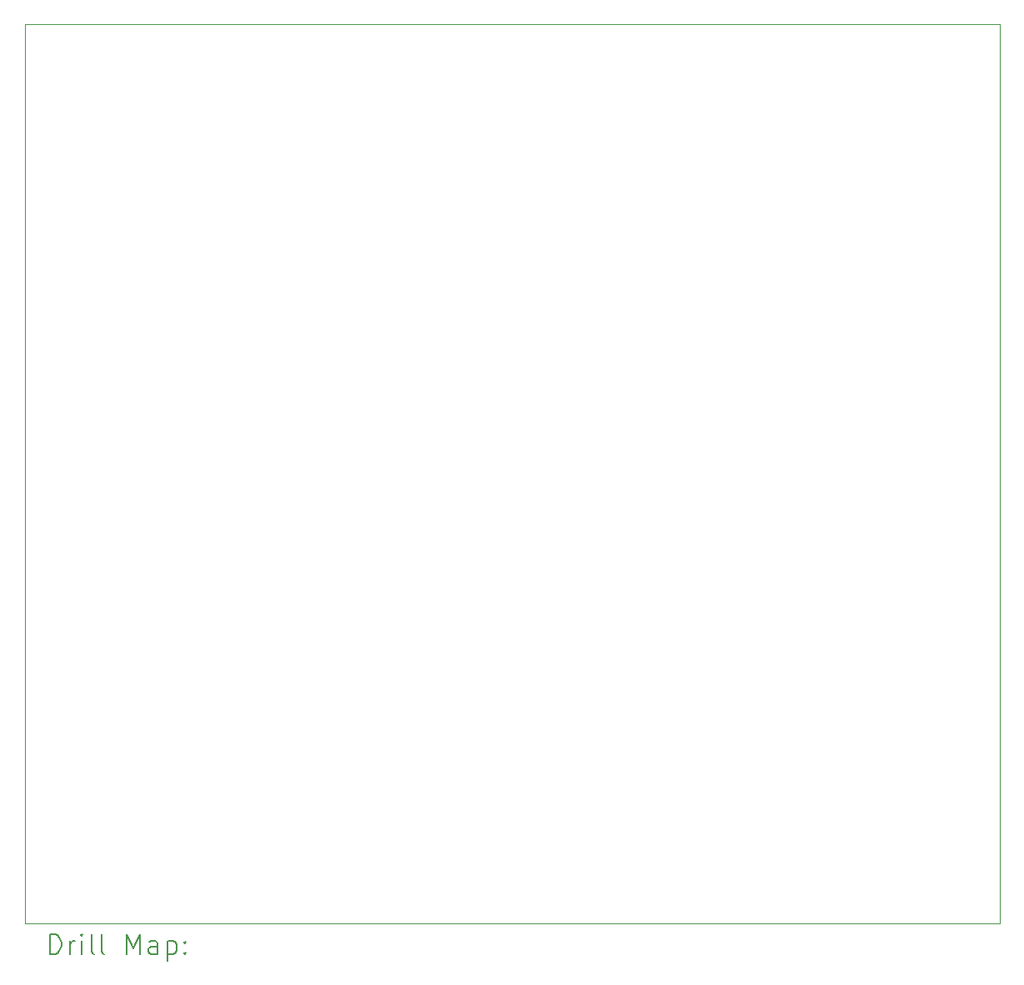
<source format=gbr>
%TF.GenerationSoftware,KiCad,Pcbnew,9.0.4*%
%TF.CreationDate,2025-11-12T17:59:11-07:00*%
%TF.ProjectId,egr304-subsystem schematic design-sb,65677233-3034-42d7-9375-627379737465,rev?*%
%TF.SameCoordinates,Original*%
%TF.FileFunction,Drillmap*%
%TF.FilePolarity,Positive*%
%FSLAX45Y45*%
G04 Gerber Fmt 4.5, Leading zero omitted, Abs format (unit mm)*
G04 Created by KiCad (PCBNEW 9.0.4) date 2025-11-12 17:59:11*
%MOMM*%
%LPD*%
G01*
G04 APERTURE LIST*
%ADD10C,0.050000*%
%ADD11C,0.200000*%
G04 APERTURE END LIST*
D10*
X9906000Y-5334000D02*
X19812000Y-5334000D01*
X19812000Y-14478000D01*
X9906000Y-14478000D01*
X9906000Y-5334000D01*
D11*
X10164277Y-14791984D02*
X10164277Y-14591984D01*
X10164277Y-14591984D02*
X10211896Y-14591984D01*
X10211896Y-14591984D02*
X10240467Y-14601508D01*
X10240467Y-14601508D02*
X10259515Y-14620555D01*
X10259515Y-14620555D02*
X10269039Y-14639603D01*
X10269039Y-14639603D02*
X10278563Y-14677698D01*
X10278563Y-14677698D02*
X10278563Y-14706269D01*
X10278563Y-14706269D02*
X10269039Y-14744365D01*
X10269039Y-14744365D02*
X10259515Y-14763412D01*
X10259515Y-14763412D02*
X10240467Y-14782460D01*
X10240467Y-14782460D02*
X10211896Y-14791984D01*
X10211896Y-14791984D02*
X10164277Y-14791984D01*
X10364277Y-14791984D02*
X10364277Y-14658650D01*
X10364277Y-14696746D02*
X10373801Y-14677698D01*
X10373801Y-14677698D02*
X10383324Y-14668174D01*
X10383324Y-14668174D02*
X10402372Y-14658650D01*
X10402372Y-14658650D02*
X10421420Y-14658650D01*
X10488086Y-14791984D02*
X10488086Y-14658650D01*
X10488086Y-14591984D02*
X10478563Y-14601508D01*
X10478563Y-14601508D02*
X10488086Y-14611031D01*
X10488086Y-14611031D02*
X10497610Y-14601508D01*
X10497610Y-14601508D02*
X10488086Y-14591984D01*
X10488086Y-14591984D02*
X10488086Y-14611031D01*
X10611896Y-14791984D02*
X10592848Y-14782460D01*
X10592848Y-14782460D02*
X10583324Y-14763412D01*
X10583324Y-14763412D02*
X10583324Y-14591984D01*
X10716658Y-14791984D02*
X10697610Y-14782460D01*
X10697610Y-14782460D02*
X10688086Y-14763412D01*
X10688086Y-14763412D02*
X10688086Y-14591984D01*
X10945229Y-14791984D02*
X10945229Y-14591984D01*
X10945229Y-14591984D02*
X11011896Y-14734841D01*
X11011896Y-14734841D02*
X11078563Y-14591984D01*
X11078563Y-14591984D02*
X11078563Y-14791984D01*
X11259515Y-14791984D02*
X11259515Y-14687222D01*
X11259515Y-14687222D02*
X11249991Y-14668174D01*
X11249991Y-14668174D02*
X11230943Y-14658650D01*
X11230943Y-14658650D02*
X11192848Y-14658650D01*
X11192848Y-14658650D02*
X11173801Y-14668174D01*
X11259515Y-14782460D02*
X11240467Y-14791984D01*
X11240467Y-14791984D02*
X11192848Y-14791984D01*
X11192848Y-14791984D02*
X11173801Y-14782460D01*
X11173801Y-14782460D02*
X11164277Y-14763412D01*
X11164277Y-14763412D02*
X11164277Y-14744365D01*
X11164277Y-14744365D02*
X11173801Y-14725317D01*
X11173801Y-14725317D02*
X11192848Y-14715793D01*
X11192848Y-14715793D02*
X11240467Y-14715793D01*
X11240467Y-14715793D02*
X11259515Y-14706269D01*
X11354753Y-14658650D02*
X11354753Y-14858650D01*
X11354753Y-14668174D02*
X11373801Y-14658650D01*
X11373801Y-14658650D02*
X11411896Y-14658650D01*
X11411896Y-14658650D02*
X11430943Y-14668174D01*
X11430943Y-14668174D02*
X11440467Y-14677698D01*
X11440467Y-14677698D02*
X11449991Y-14696746D01*
X11449991Y-14696746D02*
X11449991Y-14753888D01*
X11449991Y-14753888D02*
X11440467Y-14772936D01*
X11440467Y-14772936D02*
X11430943Y-14782460D01*
X11430943Y-14782460D02*
X11411896Y-14791984D01*
X11411896Y-14791984D02*
X11373801Y-14791984D01*
X11373801Y-14791984D02*
X11354753Y-14782460D01*
X11535705Y-14772936D02*
X11545229Y-14782460D01*
X11545229Y-14782460D02*
X11535705Y-14791984D01*
X11535705Y-14791984D02*
X11526182Y-14782460D01*
X11526182Y-14782460D02*
X11535705Y-14772936D01*
X11535705Y-14772936D02*
X11535705Y-14791984D01*
X11535705Y-14668174D02*
X11545229Y-14677698D01*
X11545229Y-14677698D02*
X11535705Y-14687222D01*
X11535705Y-14687222D02*
X11526182Y-14677698D01*
X11526182Y-14677698D02*
X11535705Y-14668174D01*
X11535705Y-14668174D02*
X11535705Y-14687222D01*
M02*

</source>
